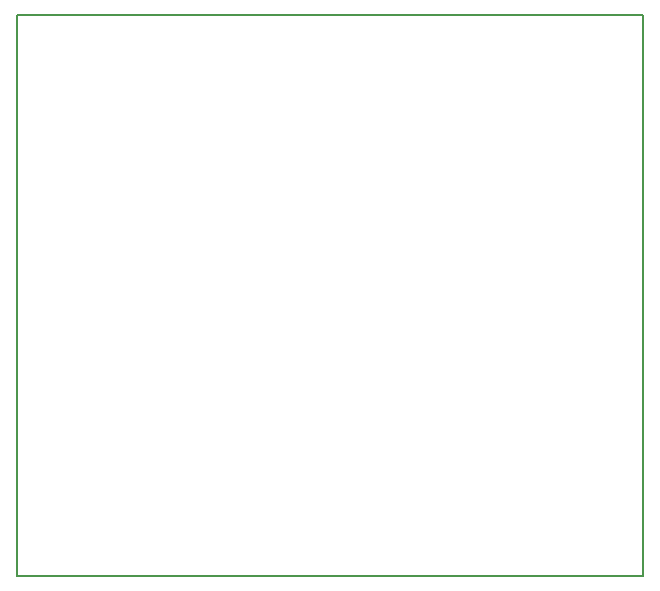
<source format=gbr>
%FSTAX25Y25*%
%MOMM*%
%SFA1B1*%

%IPPOS*%
%ADD38C,0.200000*%
%LNdevboard_mechanical_1-1*%
%LPD*%
G54D38*
X0Y0D02*
X5299999D01*
Y4749998*
X0D02*
X5299999D01*
X0Y0D02*
Y4749998D01*
M02*
</source>
